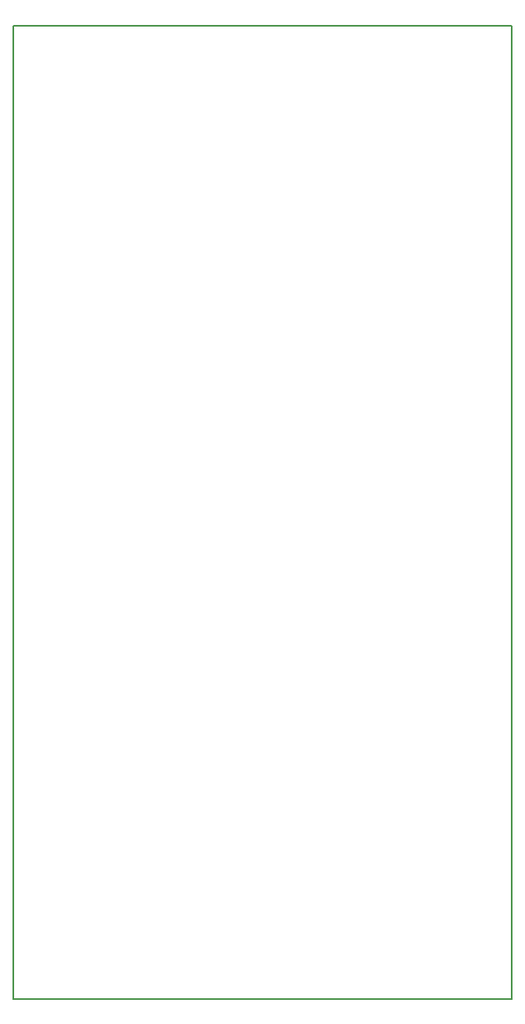
<source format=gbr>
%TF.GenerationSoftware,KiCad,Pcbnew,(6.0.0-0)*%
%TF.CreationDate,2022-10-16T11:18:23-07:00*%
%TF.ProjectId,refresh rate reader,72656672-6573-4682-9072-617465207265,rev?*%
%TF.SameCoordinates,Original*%
%TF.FileFunction,Profile,NP*%
%FSLAX46Y46*%
G04 Gerber Fmt 4.6, Leading zero omitted, Abs format (unit mm)*
G04 Created by KiCad (PCBNEW (6.0.0-0)) date 2022-10-16 11:18:23*
%MOMM*%
%LPD*%
G01*
G04 APERTURE LIST*
%TA.AperFunction,Profile*%
%ADD10C,0.200000*%
%TD*%
G04 APERTURE END LIST*
D10*
X172720000Y-149860000D02*
X121920000Y-149860000D01*
X121920000Y-50800000D02*
X172720000Y-50800000D01*
X172720000Y-50800000D02*
X172720000Y-149860000D01*
X121920000Y-149860000D02*
X121920000Y-50800000D01*
M02*

</source>
